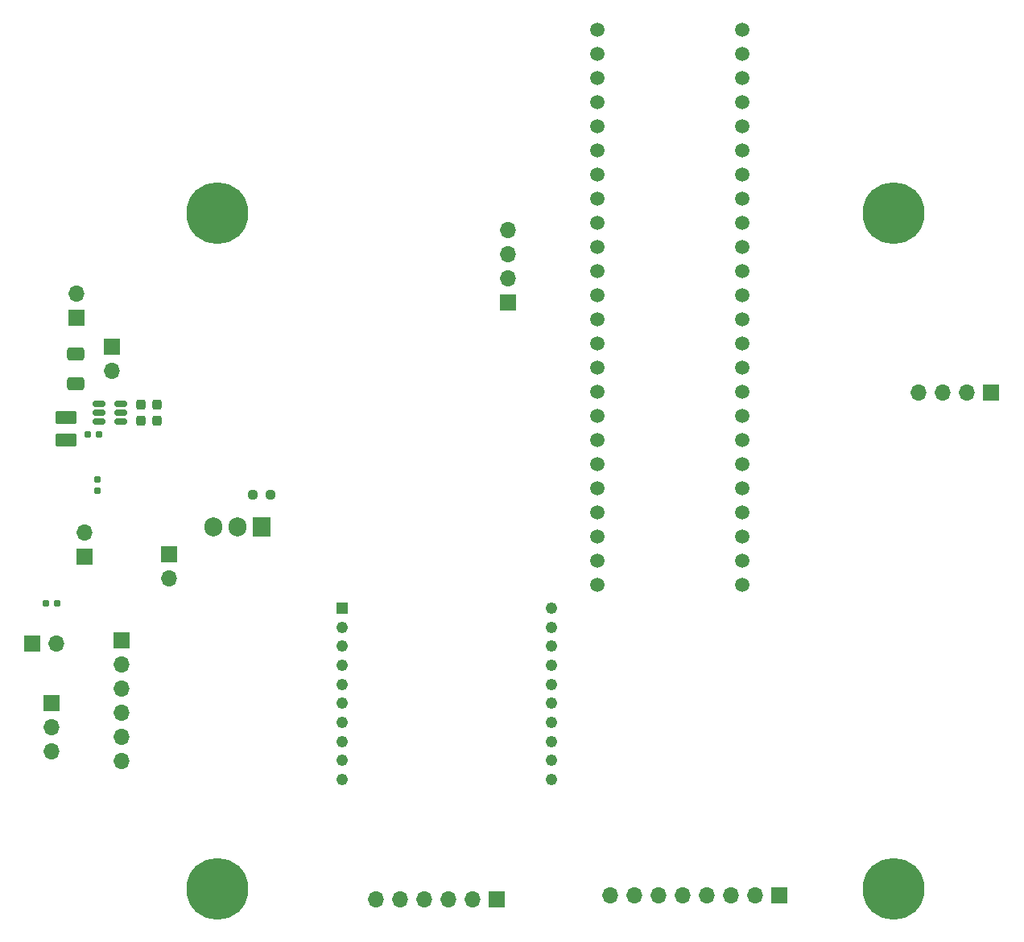
<source format=gbr>
%TF.GenerationSoftware,KiCad,Pcbnew,7.0.10*%
%TF.CreationDate,2024-03-13T10:09:45-04:00*%
%TF.ProjectId,MainPCB,4d61696e-5043-4422-9e6b-696361645f70,rev?*%
%TF.SameCoordinates,Original*%
%TF.FileFunction,Soldermask,Top*%
%TF.FilePolarity,Negative*%
%FSLAX46Y46*%
G04 Gerber Fmt 4.6, Leading zero omitted, Abs format (unit mm)*
G04 Created by KiCad (PCBNEW 7.0.10) date 2024-03-13 10:09:45*
%MOMM*%
%LPD*%
G01*
G04 APERTURE LIST*
G04 Aperture macros list*
%AMRoundRect*
0 Rectangle with rounded corners*
0 $1 Rounding radius*
0 $2 $3 $4 $5 $6 $7 $8 $9 X,Y pos of 4 corners*
0 Add a 4 corners polygon primitive as box body*
4,1,4,$2,$3,$4,$5,$6,$7,$8,$9,$2,$3,0*
0 Add four circle primitives for the rounded corners*
1,1,$1+$1,$2,$3*
1,1,$1+$1,$4,$5*
1,1,$1+$1,$6,$7*
1,1,$1+$1,$8,$9*
0 Add four rect primitives between the rounded corners*
20,1,$1+$1,$2,$3,$4,$5,0*
20,1,$1+$1,$4,$5,$6,$7,0*
20,1,$1+$1,$6,$7,$8,$9,0*
20,1,$1+$1,$8,$9,$2,$3,0*%
G04 Aperture macros list end*
%ADD10R,1.700000X1.700000*%
%ADD11O,1.700000X1.700000*%
%ADD12C,1.512000*%
%ADD13RoundRect,0.155000X0.212500X0.155000X-0.212500X0.155000X-0.212500X-0.155000X0.212500X-0.155000X0*%
%ADD14C,6.500000*%
%ADD15RoundRect,0.237500X-0.237500X0.300000X-0.237500X-0.300000X0.237500X-0.300000X0.237500X0.300000X0*%
%ADD16RoundRect,0.160000X0.160000X-0.197500X0.160000X0.197500X-0.160000X0.197500X-0.160000X-0.197500X0*%
%ADD17RoundRect,0.160000X0.197500X0.160000X-0.197500X0.160000X-0.197500X-0.160000X0.197500X-0.160000X0*%
%ADD18RoundRect,0.237500X-0.250000X-0.237500X0.250000X-0.237500X0.250000X0.237500X-0.250000X0.237500X0*%
%ADD19RoundRect,0.250001X-0.849999X0.462499X-0.849999X-0.462499X0.849999X-0.462499X0.849999X0.462499X0*%
%ADD20R,1.905000X2.000000*%
%ADD21O,1.905000X2.000000*%
%ADD22RoundRect,0.250000X0.650000X-0.412500X0.650000X0.412500X-0.650000X0.412500X-0.650000X-0.412500X0*%
%ADD23RoundRect,0.102000X-0.504000X-0.504000X0.504000X-0.504000X0.504000X0.504000X-0.504000X0.504000X0*%
%ADD24C,1.212000*%
%ADD25RoundRect,0.150000X0.512500X0.150000X-0.512500X0.150000X-0.512500X-0.150000X0.512500X-0.150000X0*%
G04 APERTURE END LIST*
D10*
%TO.C,Buzzer1*%
X44960000Y-109750000D03*
D11*
X47500000Y-109750000D03*
%TD*%
D10*
%TO.C,ASPD-4525*%
X54300000Y-109390000D03*
D11*
X54300000Y-111930000D03*
X54300000Y-114470000D03*
X54300000Y-117010000D03*
X54300000Y-119550000D03*
X54300000Y-122090000D03*
%TD*%
D12*
%TO.C,TEENSY1*%
X104360000Y-47680000D03*
X104360000Y-50220000D03*
X104360000Y-52760000D03*
X104360000Y-55300000D03*
X104360000Y-80700000D03*
X119600000Y-50220000D03*
X104360000Y-57840000D03*
X104360000Y-60380000D03*
X104360000Y-62920000D03*
X104360000Y-65460000D03*
X104360000Y-68000000D03*
X104360000Y-70540000D03*
X104360000Y-73080000D03*
X104360000Y-75620000D03*
X104360000Y-78160000D03*
X119600000Y-78160000D03*
X119600000Y-75620000D03*
X119600000Y-73080000D03*
X119600000Y-70540000D03*
X119600000Y-68000000D03*
X119600000Y-65460000D03*
X119600000Y-62920000D03*
X119600000Y-60380000D03*
X119600000Y-57840000D03*
X119600000Y-55300000D03*
X119600000Y-52760000D03*
X104360000Y-83240000D03*
X104360000Y-85780000D03*
X104360000Y-88320000D03*
X104360000Y-90860000D03*
X104360000Y-93400000D03*
X104360000Y-95940000D03*
X104360000Y-98480000D03*
X104360000Y-101020000D03*
X104360000Y-103560000D03*
X119600000Y-103560000D03*
X119600000Y-101020000D03*
X119600000Y-98480000D03*
X119600000Y-95940000D03*
X119600000Y-93400000D03*
X119600000Y-90860000D03*
X119600000Y-88320000D03*
X119600000Y-85780000D03*
X119600000Y-83240000D03*
X104360000Y-45140000D03*
X119600000Y-80700000D03*
X119600000Y-47680000D03*
X119600000Y-45140000D03*
%TD*%
D13*
%TO.C,C2*%
X51943000Y-87757000D03*
X50808000Y-87757000D03*
%TD*%
D14*
%TO.C,REF\u002A\u002A*%
X64444500Y-135555000D03*
%TD*%
D10*
%TO.C,Solenoid1*%
X59309000Y-100330000D03*
D11*
X59309000Y-102870000D03*
%TD*%
D15*
%TO.C,C3*%
X58039000Y-84582000D03*
X58039000Y-86307000D03*
%TD*%
D16*
%TO.C,R1*%
X51816000Y-93688500D03*
X51816000Y-92493500D03*
%TD*%
D14*
%TO.C,REF\u002A\u002A*%
X135550000Y-135550000D03*
%TD*%
D17*
%TO.C,R2*%
X47564000Y-105537000D03*
X46369000Y-105537000D03*
%TD*%
D10*
%TO.C,GPS6MV2*%
X145810000Y-83325000D03*
D11*
X143270000Y-83325000D03*
X140730000Y-83325000D03*
X138190000Y-83325000D03*
%TD*%
D10*
%TO.C,Servo1*%
X47000000Y-116010000D03*
D11*
X47000000Y-118550000D03*
X47000000Y-121090000D03*
%TD*%
D10*
%TO.C,BMP390*%
X123490000Y-136220000D03*
D11*
X120950000Y-136220000D03*
X118410000Y-136220000D03*
X115870000Y-136220000D03*
X113330000Y-136220000D03*
X110790000Y-136220000D03*
X108250000Y-136220000D03*
X105710000Y-136220000D03*
%TD*%
D14*
%TO.C,REF\u002A\u002A*%
X64444500Y-64444500D03*
%TD*%
D18*
%TO.C,R3*%
X68152000Y-94107000D03*
X69977000Y-94107000D03*
%TD*%
D19*
%TO.C,L1*%
X48446500Y-85979000D03*
X48446500Y-88304000D03*
%TD*%
D10*
%TO.C,LSM6DSOX+LIS3MDL1*%
X93750000Y-136700000D03*
D11*
X91210000Y-136700000D03*
X88670000Y-136700000D03*
X86130000Y-136700000D03*
X83590000Y-136700000D03*
X81050000Y-136700000D03*
%TD*%
D20*
%TO.C,Q1*%
X69100000Y-97450000D03*
D21*
X66560000Y-97450000D03*
X64020000Y-97450000D03*
%TD*%
D14*
%TO.C,REF\u002A\u002A*%
X135555000Y-64444500D03*
%TD*%
D15*
%TO.C,C4*%
X56388000Y-84582000D03*
X56388000Y-86307000D03*
%TD*%
D22*
%TO.C,C1*%
X49530000Y-82423000D03*
X49530000Y-79298000D03*
%TD*%
D23*
%TO.C,XBEE1*%
X77500000Y-106050000D03*
D24*
X77500000Y-108050000D03*
X77500000Y-110050000D03*
X77500000Y-112050000D03*
X77500000Y-114050000D03*
X77500000Y-116050000D03*
X77500000Y-118050000D03*
X77500000Y-120050000D03*
X77500000Y-122050000D03*
X77500000Y-124050000D03*
X99500000Y-124050000D03*
X99500000Y-122050000D03*
X99500000Y-120050000D03*
X99500000Y-118050000D03*
X99500000Y-116050000D03*
X99500000Y-114050000D03*
X99500000Y-112050000D03*
X99500000Y-110050000D03*
X99500000Y-108050000D03*
X99500000Y-106050000D03*
%TD*%
D10*
%TO.C,SW1*%
X53340000Y-78486000D03*
D11*
X53340000Y-81026000D03*
%TD*%
D25*
%TO.C,U1*%
X54223500Y-86421000D03*
X54223500Y-85471000D03*
X54223500Y-84521000D03*
X51948500Y-84521000D03*
X51948500Y-85471000D03*
X51948500Y-86421000D03*
%TD*%
D10*
%TO.C,D1*%
X50450000Y-100600000D03*
D11*
X50450000Y-98060000D03*
%TD*%
D10*
%TO.C,Power1*%
X49555000Y-75458000D03*
D11*
X49555000Y-72918000D03*
%TD*%
D10*
%TO.C,SEN291*%
X94932500Y-73880500D03*
D11*
X94932500Y-71340500D03*
X94932500Y-68800500D03*
X94932500Y-66260500D03*
%TD*%
M02*

</source>
